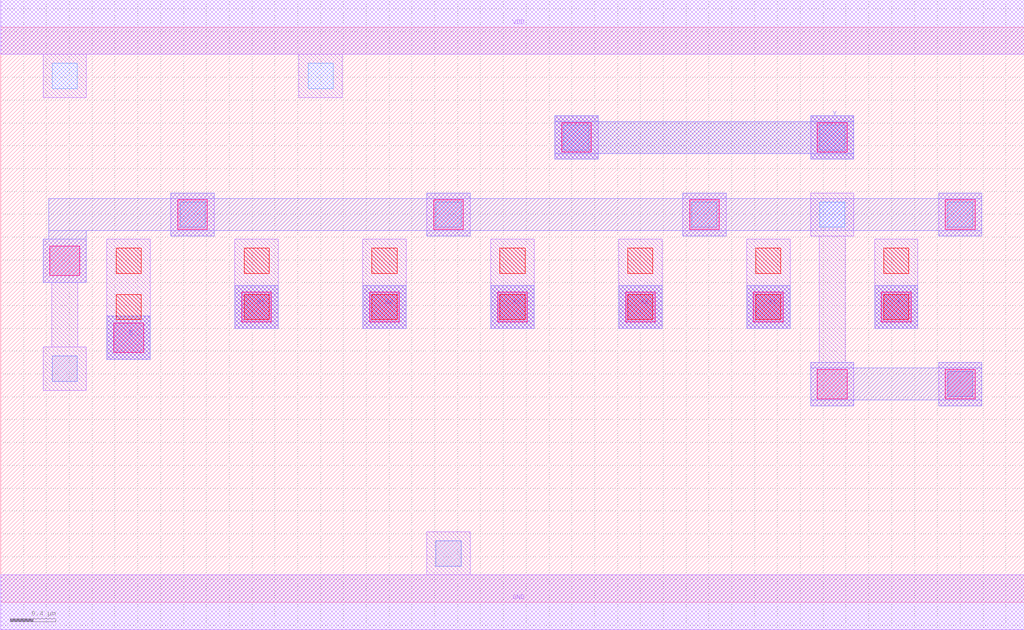
<source format=lef>
MACRO AAOI43
 CLASS CORE ;
 FOREIGN AAOI43 0 0 ;
 SIZE 8.96 BY 5.04 ;
 ORIGIN 0 0 ;
 SYMMETRY X Y R90 ;
 SITE unit ;
  PIN VDD
   DIRECTION INOUT ;
   USE POWER ;
   SHAPE ABUTMENT ;
    PORT
     CLASS CORE ;
       LAYER met1 ;
        RECT 0.00000000 4.80000000 8.96000000 5.28000000 ;
    END
  END VDD

  PIN GND
   DIRECTION INOUT ;
   USE POWER ;
   SHAPE ABUTMENT ;
    PORT
     CLASS CORE ;
       LAYER met1 ;
        RECT 0.00000000 -0.24000000 8.96000000 0.24000000 ;
    END
  END GND

  PIN Y
   DIRECTION INOUT ;
   USE SIGNAL ;
   SHAPE ABUTMENT ;
    PORT
     CLASS CORE ;
       LAYER met2 ;
        RECT 4.85000000 3.88200000 5.23000000 3.93200000 ;
        RECT 7.09000000 3.88200000 7.47000000 3.93200000 ;
        RECT 4.85000000 3.93200000 7.47000000 4.21200000 ;
        RECT 4.85000000 4.21200000 5.23000000 4.26200000 ;
        RECT 7.09000000 4.21200000 7.47000000 4.26200000 ;
    END
  END Y

  PIN A3
   DIRECTION INOUT ;
   USE SIGNAL ;
   SHAPE ABUTMENT ;
    PORT
     CLASS CORE ;
       LAYER met2 ;
        RECT 4.29000000 2.39700000 4.67000000 2.77700000 ;
    END
  END A3

  PIN B
   DIRECTION INOUT ;
   USE SIGNAL ;
   SHAPE ABUTMENT ;
    PORT
     CLASS CORE ;
       LAYER met2 ;
        RECT 0.93000000 2.12700000 1.31000000 2.50700000 ;
    END
  END B

  PIN A2
   DIRECTION INOUT ;
   USE SIGNAL ;
   SHAPE ABUTMENT ;
    PORT
     CLASS CORE ;
       LAYER met2 ;
        RECT 5.41000000 2.39700000 5.79000000 2.77700000 ;
    END
  END A2

  PIN B2
   DIRECTION INOUT ;
   USE SIGNAL ;
   SHAPE ABUTMENT ;
    PORT
     CLASS CORE ;
       LAYER met2 ;
        RECT 3.17000000 2.39700000 3.55000000 2.77700000 ;
    END
  END B2

  PIN B1
   DIRECTION INOUT ;
   USE SIGNAL ;
   SHAPE ABUTMENT ;
    PORT
     CLASS CORE ;
       LAYER met2 ;
        RECT 2.05000000 2.39700000 2.43000000 2.77700000 ;
    END
  END B1

  PIN A1
   DIRECTION INOUT ;
   USE SIGNAL ;
   SHAPE ABUTMENT ;
    PORT
     CLASS CORE ;
       LAYER met2 ;
        RECT 6.53000000 2.39700000 6.91000000 2.77700000 ;
    END
  END A1

  PIN A
   DIRECTION INOUT ;
   USE SIGNAL ;
   SHAPE ABUTMENT ;
    PORT
     CLASS CORE ;
       LAYER met2 ;
        RECT 7.65000000 2.39700000 8.03000000 2.77700000 ;
    END
  END A

 OBS
    LAYER polycont ;
     RECT 1.01000000 2.47700000 1.23000000 2.69700000 ;
     RECT 2.13000000 2.47700000 2.35000000 2.69700000 ;
     RECT 3.25000000 2.47700000 3.47000000 2.69700000 ;
     RECT 4.37000000 2.47700000 4.59000000 2.69700000 ;
     RECT 5.49000000 2.47700000 5.71000000 2.69700000 ;
     RECT 6.61000000 2.47700000 6.83000000 2.69700000 ;
     RECT 7.73000000 2.47700000 7.95000000 2.69700000 ;
     RECT 1.01000000 2.88200000 1.23000000 3.10200000 ;
     RECT 2.13000000 2.88200000 2.35000000 3.10200000 ;
     RECT 3.25000000 2.88200000 3.47000000 3.10200000 ;
     RECT 4.37000000 2.88200000 4.59000000 3.10200000 ;
     RECT 5.49000000 2.88200000 5.71000000 3.10200000 ;
     RECT 6.61000000 2.88200000 6.83000000 3.10200000 ;
     RECT 7.73000000 2.88200000 7.95000000 3.10200000 ;

    LAYER pdiffc ;
     RECT 1.57000000 3.28700000 1.79000000 3.50700000 ;
     RECT 3.81000000 3.28700000 4.03000000 3.50700000 ;
     RECT 6.05000000 3.28700000 6.27000000 3.50700000 ;
     RECT 7.17000000 3.28700000 7.39000000 3.50700000 ;
     RECT 8.29000000 3.28700000 8.51000000 3.50700000 ;
     RECT 4.93000000 3.96200000 5.15000000 4.18200000 ;
     RECT 7.17000000 3.96200000 7.39000000 4.18200000 ;
     RECT 0.45000000 4.50200000 0.67000000 4.72200000 ;
     RECT 2.69000000 4.50200000 2.91000000 4.72200000 ;

    LAYER ndiffc ;
     RECT 3.81000000 0.31700000 4.03000000 0.53700000 ;
     RECT 8.29000000 1.80200000 8.51000000 2.02200000 ;
     RECT 0.45000000 1.93700000 0.67000000 2.15700000 ;

    LAYER met1 ;
     RECT 0.00000000 -0.24000000 8.96000000 0.24000000 ;
     RECT 3.73000000 0.24000000 4.11000000 0.61700000 ;
     RECT 8.21000000 1.72200000 8.59000000 2.10200000 ;
     RECT 0.37000000 1.85700000 0.75000000 2.23700000 ;
     RECT 0.44500000 2.23700000 0.67500000 2.80200000 ;
     RECT 0.37000000 2.80200000 0.75000000 3.18200000 ;
     RECT 0.93000000 2.12700000 1.31000000 3.18200000 ;
     RECT 2.05000000 2.39700000 2.43000000 3.18200000 ;
     RECT 3.17000000 2.39700000 3.55000000 3.18200000 ;
     RECT 4.29000000 2.39700000 4.67000000 3.18200000 ;
     RECT 5.41000000 2.39700000 5.79000000 3.18200000 ;
     RECT 6.53000000 2.39700000 6.91000000 3.18200000 ;
     RECT 7.65000000 2.39700000 8.03000000 3.18200000 ;
     RECT 1.49000000 3.20700000 1.87000000 3.58700000 ;
     RECT 3.73000000 3.20700000 4.11000000 3.58700000 ;
     RECT 5.97000000 3.20700000 6.35000000 3.58700000 ;
     RECT 7.09000000 1.72200000 7.47000000 2.10200000 ;
     RECT 7.16500000 2.10200000 7.39500000 3.20700000 ;
     RECT 7.09000000 3.20700000 7.47000000 3.58700000 ;
     RECT 8.21000000 3.20700000 8.59000000 3.58700000 ;
     RECT 4.85000000 3.88200000 5.23000000 4.26200000 ;
     RECT 7.09000000 3.88200000 7.47000000 4.26200000 ;
     RECT 0.37000000 4.42200000 0.75000000 4.80000000 ;
     RECT 2.61000000 4.42200000 2.99000000 4.80000000 ;
     RECT 0.00000000 4.80000000 8.96000000 5.28000000 ;

    LAYER via1 ;
     RECT 7.15000000 1.78200000 7.41000000 2.04200000 ;
     RECT 8.27000000 1.78200000 8.53000000 2.04200000 ;
     RECT 0.99000000 2.18700000 1.25000000 2.44700000 ;
     RECT 2.11000000 2.45700000 2.37000000 2.71700000 ;
     RECT 3.23000000 2.45700000 3.49000000 2.71700000 ;
     RECT 4.35000000 2.45700000 4.61000000 2.71700000 ;
     RECT 5.47000000 2.45700000 5.73000000 2.71700000 ;
     RECT 6.59000000 2.45700000 6.85000000 2.71700000 ;
     RECT 7.71000000 2.45700000 7.97000000 2.71700000 ;
     RECT 0.43000000 2.86200000 0.69000000 3.12200000 ;
     RECT 1.55000000 3.26700000 1.81000000 3.52700000 ;
     RECT 3.79000000 3.26700000 4.05000000 3.52700000 ;
     RECT 6.03000000 3.26700000 6.29000000 3.52700000 ;
     RECT 8.27000000 3.26700000 8.53000000 3.52700000 ;
     RECT 4.91000000 3.94200000 5.17000000 4.20200000 ;
     RECT 7.15000000 3.94200000 7.41000000 4.20200000 ;

    LAYER met2 ;
     RECT 7.09000000 1.72200000 7.47000000 1.77200000 ;
     RECT 8.21000000 1.72200000 8.59000000 1.77200000 ;
     RECT 7.09000000 1.77200000 8.59000000 2.05200000 ;
     RECT 7.09000000 2.05200000 7.47000000 2.10200000 ;
     RECT 8.21000000 2.05200000 8.59000000 2.10200000 ;
     RECT 0.93000000 2.12700000 1.31000000 2.50700000 ;
     RECT 2.05000000 2.39700000 2.43000000 2.77700000 ;
     RECT 3.17000000 2.39700000 3.55000000 2.77700000 ;
     RECT 4.29000000 2.39700000 4.67000000 2.77700000 ;
     RECT 5.41000000 2.39700000 5.79000000 2.77700000 ;
     RECT 6.53000000 2.39700000 6.91000000 2.77700000 ;
     RECT 7.65000000 2.39700000 8.03000000 2.77700000 ;
     RECT 0.37000000 2.80200000 0.75000000 3.18200000 ;
     RECT 0.42000000 3.18200000 0.75000000 3.25700000 ;
     RECT 1.49000000 3.20700000 1.87000000 3.25700000 ;
     RECT 3.73000000 3.20700000 4.11000000 3.25700000 ;
     RECT 5.97000000 3.20700000 6.35000000 3.25700000 ;
     RECT 8.21000000 3.20700000 8.59000000 3.25700000 ;
     RECT 0.42000000 3.25700000 8.59000000 3.53700000 ;
     RECT 1.49000000 3.53700000 1.87000000 3.58700000 ;
     RECT 3.73000000 3.53700000 4.11000000 3.58700000 ;
     RECT 5.97000000 3.53700000 6.35000000 3.58700000 ;
     RECT 8.21000000 3.53700000 8.59000000 3.58700000 ;
     RECT 4.85000000 3.88200000 5.23000000 3.93200000 ;
     RECT 7.09000000 3.88200000 7.47000000 3.93200000 ;
     RECT 4.85000000 3.93200000 7.47000000 4.21200000 ;
     RECT 4.85000000 4.21200000 5.23000000 4.26200000 ;
     RECT 7.09000000 4.21200000 7.47000000 4.26200000 ;

 END
END AAOI43

</source>
